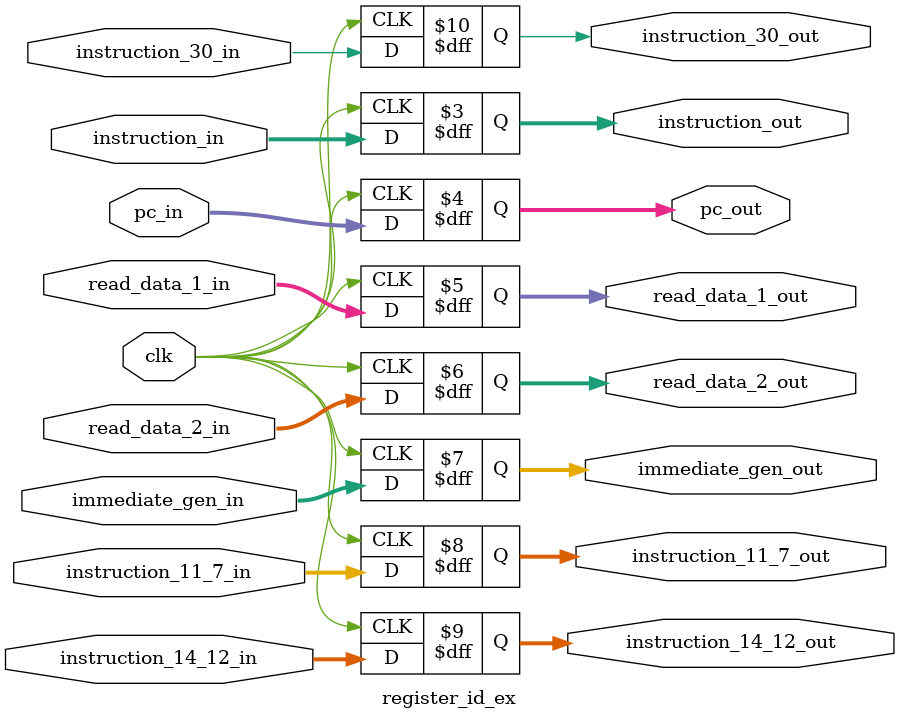
<source format=sv>
`include "./Small Registers/register_ex.sv"
`include "./Small Registers/register_m.sv"
`include "./Small Registers/register_wb.sv"

module register_id_ex #(
    parameter data_bits = 32
) (

    input clk,

    register_ex_interface ex_wiring,
    register_m_interface m_wiring,
    register_wb_interface wb_wiring,

    input       [5 : 0] instruction_in,
    output  reg [5 : 0] instruction_out,

    input       [data_bits - 1 : 0] pc_in,
    output reg  [data_bits - 1 : 0] pc_out,

    input       [data_bits - 1 : 0] read_data_1_in,
    output reg  [data_bits - 1 : 0] read_data_1_out,

    input       [data_bits - 1 : 0] read_data_2_in,
    output reg  [data_bits - 1 : 0] read_data_2_out,

    input       [data_bits - 1 : 0] immediate_gen_in,
    output reg  [data_bits - 1 : 0] immediate_gen_out,

    input       [4:0] instruction_11_7_in,
    output reg  [4:0] instruction_11_7_out,

    input       [2:0] instruction_14_12_in,
    output reg  [2:0] instruction_14_12_out,

    input        instruction_30_in,
    output reg   instruction_30_out
);

register_m register_m_instance(
    .wiring(m_wiring)
);

register_wb register_wb_instance(
    .wiring(wb_wiring)
);

register_ex register_ex_instance(
    .wiring(ex_wiring)
);

always_ff @( posedge clk ) begin
    instruction_out         <= instruction_in;
    pc_out                  <= pc_in;
    read_data_1_out         <= read_data_1_in;
    read_data_2_out         <= read_data_2_in;
    immediate_gen_out       <= immediate_gen_in;
    instruction_11_7_out    <= instruction_11_7_in;
    instruction_14_12_out   <= instruction_14_12_in;
    instruction_30_out <= instruction_30_in;

end
    
endmodule
</source>
